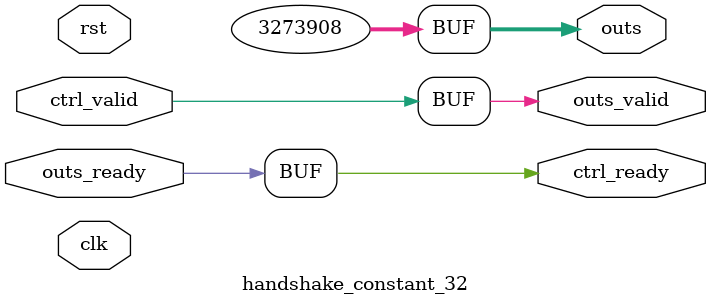
<source format=v>
`timescale 1ns / 1ps
module handshake_constant_32 #(
  parameter DATA_WIDTH = 32  // Default set to 32 bits
) (
  input                       clk,
  input                       rst,
  // Input Channel
  input                       ctrl_valid,
  output                      ctrl_ready,
  // Output Channel
  output [DATA_WIDTH - 1 : 0] outs,
  output                      outs_valid,
  input                       outs_ready
);
  assign outs       = 22'b1100011111010010110100;
  assign outs_valid = ctrl_valid;
  assign ctrl_ready = outs_ready;

endmodule

</source>
